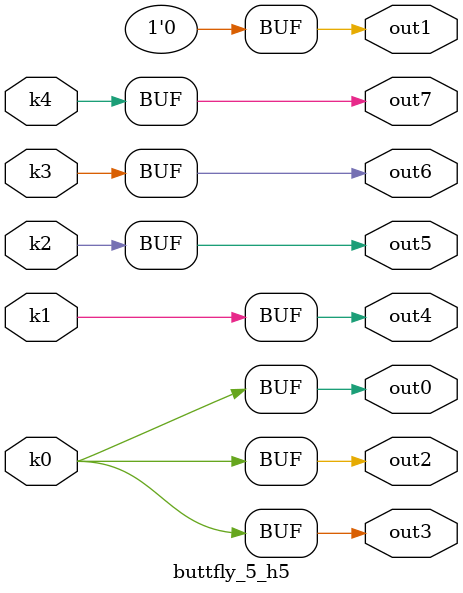
<source format=v>
module buttfly_5(pi0, pi1, pi2, pi3, pi4, pi5, pi6, pi7, po0, po1, po2, po3, po4, po5, po6, po7);
input pi0, pi1, pi2, pi3, pi4, pi5, pi6, pi7;
output po0, po1, po2, po3, po4, po5, po6, po7;
wire k0, k1, k2, k3, k4;
buttfly_5_w5 DUT1 (pi0, pi1, pi2, pi3, pi4, pi5, pi6, pi7, k0, k1, k2, k3, k4);
buttfly_5_h5 DUT2 (k0, k1, k2, k3, k4, po0, po1, po2, po3, po4, po5, po6, po7);
endmodule

module buttfly_5_w5(in7, in6, in5, in4, in3, in2, in1, in0, k4, k3, k2, k1, k0);
input in7, in6, in5, in4, in3, in2, in1, in0;
output k4, k3, k2, k1, k0;
assign k0 =   (in1 & (in7 ^ in5)) | (in0 & (~in7 ^ in5));
assign k1 =   (((~in7 & (~in5 | in2)) | (~in5 & in2)) & (~in6 | ~in4)) | (~in6 & ~in4);
assign k2 =   (((in7 & (in5 | in3)) | (in5 & in3)) & (in6 | in4)) | (in6 & in4);
assign k3 =   ((in6 ^ in4) & ((in3 & (in7 | in5)) | (in7 & in5))) | (((~in7 & ~in5) | (in2 & (~in7 | ~in5))) & (~in6 ^ in4));
assign k4 =   (in3 & (in7 ^ in5)) | (in2 & (~in7 ^ in5));
endmodule

module buttfly_5_h5(k4, k3, k2, k1, k0, out7, out6, out5, out4, out3, out2, out1, out0);
input k4, k3, k2, k1, k0;
output out7, out6, out5, out4, out3, out2, out1, out0;
assign out0 = k0;
assign out1 = 0;
assign out2 = k0;
assign out3 = k0;
assign out4 = k1;
assign out5 = k2;
assign out6 = k3;
assign out7 = k4;
endmodule

</source>
